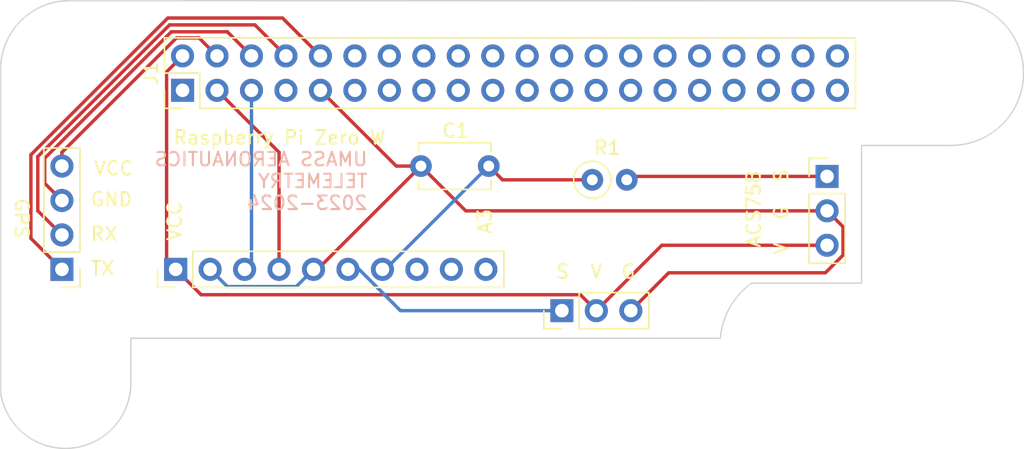
<source format=kicad_pcb>
(kicad_pcb (version 20221018) (generator pcbnew)
  (layers (0 "F.Cu" signal) (31 "B.Cu" signal) (34 "B.Paste" user) (35 "F.Paste" user) (36 "B.SilkS" user "B.Silkscreen") (37 "F.SilkS" user "F.Silkscreen") (38 "B.Mask" user) (39 "F.Mask" user) (44 "Edge.Cuts" user))
  (net 0 "")
  (net 2 "Net-(J1-Pin_2)")
  (net 3 "Net-(J1-Pin_3)")
  (net 4 "Net-(J1-Pin_4)")
  (net 5 "Net-(J1-Pin_5)")
  (net 6 "Net-(J1-Pin_6)")
  (net 8 "Net-(J1-Pin_8)")
  (net 9 "Net-(J1-Pin_9)")
  (net 10 "Net-(J1-Pin_10)")
  (net 41 "Net-(J2-Pin_1)")
  (net 42 "Net-(J3-Pin_1)")
  (net 43 "Net-(J4-Pin_7)")
  (footprint "MountingHole:MountingHole_3.5mm" (layer "F.Cu") (at 166.6 58.928)
    (fp_text reference "H2" hide)
    (fp_text value "MountingHole" hide)
    (pad "" np_thru_hole circle (at 0 0) (size 3.5 3.5) (drill 3.5) (layers "*.Cu" "*.Mask"))
  )
  (footprint "Connector_PinHeader_2.54mm:PinHeader_1x10_P2.54mm_Vertical" (layer "F.Cu") (at 109.474 73.406 90)
    (fp_text reference "J4" hide)
    (fp_text value "ADC" hide)
    (fp_line (start -1.33 -1.33) (end 0 -1.33) (stroke (width 0.12)) (layer "F.SilkS"))
    (fp_line (start -1.33 0) (end -1.33 -1.33) (stroke (width 0.12)) (layer "F.SilkS"))
    (fp_line (start -1.33 1.27) (end -1.33 24.19) (stroke (width 0.12)) (layer "F.SilkS"))
    (fp_line (start -1.33 1.27) (end 1.33 1.27) (stroke (width 0.12)) (layer "F.SilkS"))
    (fp_line (start -1.33 24.19) (end 1.33 24.19) (stroke (width 0.12)) (layer "F.SilkS"))
    (fp_line (start 1.33 1.27) (end 1.33 24.19) (stroke (width 0.12)) (layer "F.SilkS"))
    (pad "1" thru_hole rect (at 0 0 90) (size 1.7 1.7) (drill 1) (layers "*.Cu" "*.Mask") (net 2 "Net-(J1-Pin_2)"))
    (pad "2" thru_hole oval (at 0 2.54 90) (size 1.7 1.7) (drill 1) (layers "*.Cu" "*.Mask") (net 9 "Net-(J1-Pin_9)"))
    (pad "3" thru_hole oval (at 0 5.08 90) (size 1.7 1.7) (drill 1) (layers "*.Cu" "*.Mask") (net 5 "Net-(J1-Pin_5)"))
    (pad "4" thru_hole oval (at 0 7.62 90) (size 1.7 1.7) (drill 1) (layers "*.Cu" "*.Mask") (net 3 "Net-(J1-Pin_3)"))
    (pad "5" thru_hole oval (at 0 10.16 90) (size 1.7 1.7) (drill 1) (layers "*.Cu" "*.Mask") (net 9 "Net-(J1-Pin_9)"))
    (pad "6" thru_hole oval (at 0 12.7 90) (size 1.7 1.7) (drill 1) (layers "*.Cu" "*.Mask") (net 41 "Net-(J2-Pin_1)"))
    (pad "7" thru_hole oval (at 0 15.24 90) (size 1.7 1.7) (drill 1) (layers "*.Cu" "*.Mask") (net 43 "Net-(J4-Pin_7)"))
    (pad "8" thru_hole oval (at 0 17.78 90) (size 1.7 1.7) (drill 1) (layers "*.Cu" "*.Mask"))
    (pad "9" thru_hole oval (at 0 20.32 90) (size 1.7 1.7) (drill 1) (layers "*.Cu" "*.Mask"))
    (pad "10" thru_hole oval (at 0 22.86 90) (size 1.7 1.7) (drill 1) (layers "*.Cu" "*.Mask"))
  )
  (footprint "Connector_PinHeader_2.54mm:PinHeader_1x03_P2.54mm_Vertical" (layer "F.Cu") (at 137.937 76.454 90)
    (fp_text reference "J2" hide)
    (fp_text value "Voltage Sensor" hide)
    (fp_line (start -1.33 -1.33) (end 0 -1.33) (stroke (width 0.12)) (layer "F.SilkS"))
    (fp_line (start -1.33 0) (end -1.33 -1.33) (stroke (width 0.12)) (layer "F.SilkS"))
    (fp_line (start -1.33 1.27) (end -1.33 6.41) (stroke (width 0.12)) (layer "F.SilkS"))
    (fp_line (start -1.33 1.27) (end 1.33 1.27) (stroke (width 0.12)) (layer "F.SilkS"))
    (fp_line (start -1.33 6.41) (end 1.33 6.41) (stroke (width 0.12)) (layer "F.SilkS"))
    (fp_line (start 1.33 1.27) (end 1.33 6.41) (stroke (width 0.12)) (layer "F.SilkS"))
    (pad "1" thru_hole rect (at 0 0 90) (size 1.7 1.7) (drill 1) (layers "*.Cu" "*.Mask") (net 41 "Net-(J2-Pin_1)"))
    (pad "2" thru_hole oval (at 0 2.54 90) (size 1.7 1.7) (drill 1) (layers "*.Cu" "*.Mask") (net 2 "Net-(J1-Pin_2)"))
    (pad "3" thru_hole oval (at 0 5.08 90) (size 1.7 1.7) (drill 1) (layers "*.Cu" "*.Mask") (net 9 "Net-(J1-Pin_9)"))
  )
  (footprint "Capacitor_THT:C_Disc_D5.1mm_W3.2mm_P5.00mm" (layer "F.Cu") (at 127.548 65.786)
    (fp_text reference "C1" hide)
    (fp_text value "C" hide)
    (fp_line (start -0.17 -1.721) (end -0.17 -1.055) (stroke (width 0.12)) (layer "F.SilkS"))
    (fp_line (start -0.17 -1.721) (end 5.17 -1.721) (stroke (width 0.12)) (layer "F.SilkS"))
    (fp_line (start -0.17 1.055) (end -0.17 1.721) (stroke (width 0.12)) (layer "F.SilkS"))
    (fp_line (start -0.17 1.721) (end 5.17 1.721) (stroke (width 0.12)) (layer "F.SilkS"))
    (fp_line (start 5.17 -1.721) (end 5.17 -1.055) (stroke (width 0.12)) (layer "F.SilkS"))
    (fp_line (start 5.17 1.055) (end 5.17 1.721) (stroke (width 0.12)) (layer "F.SilkS"))
    (pad "1" thru_hole circle (at 0 0) (size 1.6 1.6) (drill 0.8) (layers "*.Cu" "*.Mask") (net 9 "Net-(J1-Pin_9)"))
    (pad "2" thru_hole circle (at 5 0) (size 1.6 1.6) (drill 0.8) (layers "*.Cu" "*.Mask") (net 43 "Net-(J4-Pin_7)"))
  )
  (footprint "MountingHole:MountingHole_3.5mm" (layer "F.Cu") (at 101.346 81.928)
    (fp_text reference "H3" hide)
    (fp_text value "MountingHole" hide)
    (pad "" np_thru_hole circle (at 0 0) (size 3.5 3.5) (drill 3.5) (layers "*.Cu" "*.Mask"))
  )
  (footprint "MountingHole:MountingHole_3.5mm" (layer "F.Cu") (at 101.6 58.928)
    (fp_text reference "H1" hide)
    (fp_text value "MountingHole" hide)
    (pad "" np_thru_hole circle (at 0 0) (size 3.5 3.5) (drill 3.5) (layers "*.Cu" "*.Mask"))
  )
  (footprint "Resistor_THT:R_Axial_DIN0207_L6.3mm_D2.5mm_P2.54mm_Vertical" (layer "F.Cu") (at 140.179 66.802)
    (fp_text reference "R1" hide)
    (fp_text value "R" hide)
    (fp_line (start 1.37 0) (end 1.44 0) (stroke (width 0.12)) (layer "F.SilkS"))
    (fp_circle (center 0 0) (end 1.37 0) (stroke (width 0.12)) (fill none) (layer "F.SilkS"))
    (pad "1" thru_hole circle (at 0 0) (size 1.6 1.6) (drill 0.8) (layers "*.Cu" "*.Mask") (net 43 "Net-(J4-Pin_7)"))
    (pad "2" thru_hole oval (at 2.54 0) (size 1.6 1.6) (drill 0.8) (layers "*.Cu" "*.Mask") (net 42 "Net-(J3-Pin_1)"))
  )
  (footprint "Connector_PinHeader_2.54mm:PinHeader_2x20_P2.54mm_Vertical" (layer "F.Cu") (at 109.982 60.198 90)
    (fp_text reference "J1" (at 1.27 -2.33 90) (layer "F.SilkS"))
    (fp_text value "Raspberry Pi Zero W" hide)
    (fp_line (start -1.33 -1.33) (end 0 -1.33) (stroke (width 0.12)) (layer "F.SilkS"))
    (fp_line (start -1.33 0) (end -1.33 -1.33) (stroke (width 0.12)) (layer "F.SilkS"))
    (fp_line (start -1.33 1.27) (end -1.33 49.59) (stroke (width 0.12)) (layer "F.SilkS"))
    (fp_line (start -1.33 1.27) (end 1.27 1.27) (stroke (width 0.12)) (layer "F.SilkS"))
    (fp_line (start -1.33 49.59) (end 3.87 49.59) (stroke (width 0.12)) (layer "F.SilkS"))
    (fp_line (start 1.27 -1.33) (end 3.87 -1.33) (stroke (width 0.12)) (layer "F.SilkS"))
    (fp_line (start 1.27 1.27) (end 1.27 -1.33) (stroke (width 0.12)) (layer "F.SilkS"))
    (fp_line (start 3.87 -1.33) (end 3.87 49.59) (stroke (width 0.12)) (layer "F.SilkS"))
    (pad "1" thru_hole rect (at 0 0 90) (size 1.7 1.7) (drill 1) (layers "*.Cu" "*.Mask"))
    (pad "2" thru_hole oval (at 2.54 0 90) (size 1.7 1.7) (drill 1) (layers "*.Cu" "*.Mask") (net 2 "Net-(J1-Pin_2)"))
    (pad "3" thru_hole oval (at 0 2.54 90) (size 1.7 1.7) (drill 1) (layers "*.Cu" "*.Mask") (net 3 "Net-(J1-Pin_3)"))
    (pad "4" thru_hole oval (at 2.54 2.54 90) (size 1.7 1.7) (drill 1) (layers "*.Cu" "*.Mask") (net 4 "Net-(J1-Pin_4)"))
    (pad "5" thru_hole oval (at 0 5.08 90) (size 1.7 1.7) (drill 1) (layers "*.Cu" "*.Mask") (net 5 "Net-(J1-Pin_5)"))
    (pad "6" thru_hole oval (at 2.54 5.08 90) (size 1.7 1.7) (drill 1) (layers "*.Cu" "*.Mask") (net 6 "Net-(J1-Pin_6)"))
    (pad "7" thru_hole oval (at 0 7.62 90) (size 1.7 1.7) (drill 1) (layers "*.Cu" "*.Mask"))
    (pad "8" thru_hole oval (at 2.54 7.62 90) (size 1.7 1.7) (drill 1) (layers "*.Cu" "*.Mask") (net 8 "Net-(J1-Pin_8)"))
    (pad "9" thru_hole oval (at 0 10.16 90) (size 1.7 1.7) (drill 1) (layers "*.Cu" "*.Mask") (net 9 "Net-(J1-Pin_9)"))
    (pad "10" thru_hole oval (at 2.54 10.16 90) (size 1.7 1.7) (drill 1) (layers "*.Cu" "*.Mask") (net 10 "Net-(J1-Pin_10)"))
    (pad "11" thru_hole oval (at 0 12.7 90) (size 1.7 1.7) (drill 1) (layers "*.Cu" "*.Mask"))
    (pad "12" thru_hole oval (at 2.54 12.7 90) (size 1.7 1.7) (drill 1) (layers "*.Cu" "*.Mask"))
    (pad "13" thru_hole oval (at 0 15.24 90) (size 1.7 1.7) (drill 1) (layers "*.Cu" "*.Mask"))
    (pad "14" thru_hole oval (at 2.54 15.24 90) (size 1.7 1.7) (drill 1) (layers "*.Cu" "*.Mask"))
    (pad "15" thru_hole oval (at 0 17.78 90) (size 1.7 1.7) (drill 1) (layers "*.Cu" "*.Mask"))
    (pad "16" thru_hole oval (at 2.54 17.78 90) (size 1.7 1.7) (drill 1) (layers "*.Cu" "*.Mask"))
    (pad "17" thru_hole oval (at 0 20.32 90) (size 1.7 1.7) (drill 1) (layers "*.Cu" "*.Mask"))
    (pad "18" thru_hole oval (at 2.54 20.32 90) (size 1.7 1.7) (drill 1) (layers "*.Cu" "*.Mask"))
    (pad "19" thru_hole oval (at 0 22.86 90) (size 1.7 1.7) (drill 1) (layers "*.Cu" "*.Mask"))
    (pad "20" thru_hole oval (at 2.54 22.86 90) (size 1.7 1.7) (drill 1) (layers "*.Cu" "*.Mask"))
    (pad "21" thru_hole oval (at 0 25.4 90) (size 1.7 1.7) (drill 1) (layers "*.Cu" "*.Mask"))
    (pad "22" thru_hole oval (at 2.54 25.4 90) (size 1.7 1.7) (drill 1) (layers "*.Cu" "*.Mask"))
    (pad "23" thru_hole oval (at 0 27.94 90) (size 1.7 1.7) (drill 1) (layers "*.Cu" "*.Mask"))
    (pad "24" thru_hole oval (at 2.54 27.94 90) (size 1.7 1.7) (drill 1) (layers "*.Cu" "*.Mask"))
    (pad "25" thru_hole oval (at 0 30.48 90) (size 1.7 1.7) (drill 1) (layers "*.Cu" "*.Mask"))
    (pad "26" thru_hole oval (at 2.54 30.48 90) (size 1.7 1.7) (drill 1) (layers "*.Cu" "*.Mask"))
    (pad "27" thru_hole oval (at 0 33.02 90) (size 1.7 1.7) (drill 1) (layers "*.Cu" "*.Mask"))
    (pad "28" thru_hole oval (at 2.54 33.02 90) (size 1.7 1.7) (drill 1) (layers "*.Cu" "*.Mask"))
    (pad "29" thru_hole oval (at 0 35.56 90) (size 1.7 1.7) (drill 1) (layers "*.Cu" "*.Mask"))
    (pad "30" thru_hole oval (at 2.54 35.56 90) (size 1.7 1.7) (drill 1) (layers "*.Cu" "*.Mask"))
    (pad "31" thru_hole oval (at 0 38.1 90) (size 1.7 1.7) (drill 1) (layers "*.Cu" "*.Mask"))
    (pad "32" thru_hole oval (at 2.54 38.1 90) (size 1.7 1.7) (drill 1) (layers "*.Cu" "*.Mask"))
    (pad "33" thru_hole oval (at 0 40.64 90) (size 1.7 1.7) (drill 1) (layers "*.Cu" "*.Mask"))
    (pad "34" thru_hole oval (at 2.54 40.64 90) (size 1.7 1.7) (drill 1) (layers "*.Cu" "*.Mask"))
    (pad "35" thru_hole oval (at 0 43.18 90) (size 1.7 1.7) (drill 1) (layers "*.Cu" "*.Mask"))
    (pad "36" thru_hole oval (at 2.54 43.18 90) (size 1.7 1.7) (drill 1) (layers "*.Cu" "*.Mask"))
    (pad "37" thru_hole oval (at 0 45.72 90) (size 1.7 1.7) (drill 1) (layers "*.Cu" "*.Mask"))
    (pad "38" thru_hole oval (at 2.54 45.72 90) (size 1.7 1.7) (drill 1) (layers "*.Cu" "*.Mask"))
    (pad "39" thru_hole oval (at 0 48.26 90) (size 1.7 1.7) (drill 1) (layers "*.Cu" "*.Mask"))
    (pad "40" thru_hole oval (at 2.54 48.26 90) (size 1.7 1.7) (drill 1) (layers "*.Cu" "*.Mask"))
  )
  (footprint "Connector_PinHeader_2.54mm:PinHeader_1x03_P2.54mm_Vertical" (layer "F.Cu") (at 157.48 66.548)
    (fp_text reference "J3" hide)
    (fp_text value "Current Sensor" hide)
    (fp_line (start -1.33 -1.33) (end 0 -1.33) (stroke (width 0.12)) (layer "F.SilkS"))
    (fp_line (start -1.33 0) (end -1.33 -1.33) (stroke (width 0.12)) (layer "F.SilkS"))
    (fp_line (start -1.33 1.27) (end -1.33 6.41) (stroke (width 0.12)) (layer "F.SilkS"))
    (fp_line (start -1.33 1.27) (end 1.33 1.27) (stroke (width 0.12)) (layer "F.SilkS"))
    (fp_line (start -1.33 6.41) (end 1.33 6.41) (stroke (width 0.12)) (layer "F.SilkS"))
    (fp_line (start 1.33 1.27) (end 1.33 6.41) (stroke (width 0.12)) (layer "F.SilkS"))
    (pad "1" thru_hole rect (at 0 0) (size 1.7 1.7) (drill 1) (layers "*.Cu" "*.Mask") (net 42 "Net-(J3-Pin_1)"))
    (pad "2" thru_hole oval (at 0 2.54) (size 1.7 1.7) (drill 1) (layers "*.Cu" "*.Mask") (net 9 "Net-(J1-Pin_9)"))
    (pad "3" thru_hole oval (at 0 5.08) (size 1.7 1.7) (drill 1) (layers "*.Cu" "*.Mask") (net 2 "Net-(J1-Pin_2)"))
  )
  (footprint "Connector_PinHeader_2.54mm:PinHeader_1x04_P2.54mm_Vertical" (layer "F.Cu") (at 101.092 73.406 180)
    (fp_text reference "J5" hide)
    (fp_text value "GPS" hide)
    (fp_line (start -1.33 -1.33) (end 0 -1.33) (stroke (width 0.12)) (layer "F.SilkS"))
    (fp_line (start -1.33 0) (end -1.33 -1.33) (stroke (width 0.12)) (layer "F.SilkS"))
    (fp_line (start -1.33 1.27) (end -1.33 8.95) (stroke (width 0.12)) (layer "F.SilkS"))
    (fp_line (start -1.33 1.27) (end 1.33 1.27) (stroke (width 0.12)) (layer "F.SilkS"))
    (fp_line (start -1.33 8.95) (end 1.33 8.95) (stroke (width 0.12)) (layer "F.SilkS"))
    (fp_line (start 1.33 1.27) (end 1.33 8.95) (stroke (width 0.12)) (layer "F.SilkS"))
    (pad "1" thru_hole rect (at 0 0 180) (size 1.7 1.7) (drill 1) (layers "*.Cu" "*.Mask") (net 10 "Net-(J1-Pin_10)"))
    (pad "2" thru_hole oval (at 0 2.54 180) (size 1.7 1.7) (drill 1) (layers "*.Cu" "*.Mask") (net 8 "Net-(J1-Pin_8)"))
    (pad "3" thru_hole oval (at 0 5.08 180) (size 1.7 1.7) (drill 1) (layers "*.Cu" "*.Mask") (net 6 "Net-(J1-Pin_6)"))
    (pad "4" thru_hole oval (at 0 7.62 180) (size 1.7 1.7) (drill 1) (layers "*.Cu" "*.Mask") (net 4 "Net-(J1-Pin_4)"))
  )
  (gr_line (start 160.02 64.262) (end 160.02 74.422) (stroke (width 0.1)) (layer "Edge.Cuts"))
  (gr_arc (start 96.579056 58.410675) (mid 98.151455 54.983658) (end 101.652718 53.584358) (stroke (width 0.1)) (layer "Edge.Cuts"))
  (gr_arc (start 106.172 81.788) (mid 101.723494 86.599213) (end 96.579056 82.540675) (stroke (width 0.1)) (layer "Edge.Cuts"))
  (gr_line (start 166.624 64.262) (end 160.02 64.262) (stroke (width 0.1)) (layer "Edge.Cuts"))
  (gr_line (start 106.172 81.788) (end 106.172 78.486) (stroke (width 0.1)) (layer "Edge.Cuts"))
  (gr_line (start 96.579056 58.410675) (end 96.579056 82.540675) (stroke (width 0.1)) (layer "Edge.Cuts"))
  (gr_arc (start 166.624 53.594) (mid 171.958 58.928) (end 166.624 64.262) (stroke (width 0.1)) (layer "Edge.Cuts"))
  (gr_line (start 101.652718 53.584358) (end 166.624 53.594) (stroke (width 0.1)) (layer "Edge.Cuts"))
  (gr_arc (start 149.606 78.486) (mid 150.322666 76.204198) (end 151.920554 74.424596) (stroke (width 0.1)) (layer "Edge.Cuts"))
  (gr_line (start 160.02 74.422) (end 151.920554 74.424596) (stroke (width 0.1)) (layer "Edge.Cuts"))
  (gr_line (start 106.172 78.486) (end 149.606 78.486) (stroke (width 0.1)) (layer "Edge.Cuts"))
  (gr_text "UMASS AERONAUTICS\nTELEMETRY\n2023-2024" (at 123.698 69.088) (layer "B.SilkS") (effects (font (size 1 1)) (justify left bottom mirror)))
  (gr_text "TX" (at 103.124 73.914) (layer "F.SilkS") (effects (font (size 1 1)) (justify left bottom)))
  (gr_text "Raspberry Pi Zero W" (at 109.22 64.262) (layer "F.SilkS") (effects (font (size 1 1)) (justify left bottom)))
  (gr_text "VCC" (at 109.982 71.374 90) (layer "F.SilkS") (effects (font (size 1 1)) (justify left bottom)))
  (gr_text "S" (at 137.414 74.168) (layer "F.SilkS") (effects (font (size 1 1)) (justify left bottom)))
  (gr_text "V\n" (at 154.686 72.39 90) (layer "F.SilkS") (effects (font (size 1 1)) (justify left bottom)))
  (gr_text "G\n" (at 154.686 69.85 90) (layer "F.SilkS") (effects (font (size 1 1)) (justify left bottom)))
  (gr_text "G\n" (at 142.24 74.168) (layer "F.SilkS") (effects (font (size 1 1)) (justify left bottom)))
  (gr_text "R1" (at 140.208 65.024) (layer "F.SilkS") (effects (font (size 1 1)) (justify left bottom)))
  (gr_text "C1" (at 129.032 63.754) (layer "F.SilkS") (effects (font (size 1 1)) (justify left bottom)))
  (gr_text "A3" (at 132.842 70.866 90) (layer "F.SilkS") (effects (font (size 1 1)) (justify left bottom)))
  (gr_text "S" (at 154.686 67.056 90) (layer "F.SilkS") (effects (font (size 1 1)) (justify left bottom)))
  (gr_text "RX" (at 103.124 71.374) (layer "F.SilkS") (effects (font (size 1 1)) (justify left bottom)))
  (gr_text "GPS" (at 97.536 68.072 -90) (layer "F.SilkS") (effects (font (size 1 1)) (justify left bottom)))
  (gr_text "VCC" (at 103.378 66.548) (layer "F.SilkS") (effects (font (size 1 1)) (justify left bottom)))
  (gr_text "V\n" (at 139.954 74.168) (layer "F.SilkS") (effects (font (size 1 1)) (justify left bottom)))
  (gr_text "ACS758" (at 152.654 71.882 90) (layer "F.SilkS") (effects (font (size 1 1)) (justify left bottom)))
  (gr_text "GND" (at 103.124 68.834) (layer "F.SilkS") (effects (font (size 1 1)) (justify left bottom)))
  (segment (start 111.347 75.279) (end 139.302 75.279) (width 0.25) (layer "F.Cu") (net 2))
  (segment (start 139.302 75.279) (end 140.477 76.454) (width 0.25) (layer "F.Cu") (net 2))
  (segment (start 108.807 58.833) (end 108.807 72.739) (width 0.25) (layer "F.Cu") (net 2))
  (segment (start 140.477 76.454) (end 145.303 71.628) (width 0.25) (layer "F.Cu") (net 2))
  (segment (start 109.982 57.658) (end 108.807 58.833) (width 0.25) (layer "F.Cu") (net 2))
  (segment (start 109.474 73.406) (end 111.347 75.279) (width 0.25) (layer "F.Cu") (net 2))
  (segment (start 108.807 72.739) (end 109.474 73.406) (width 0.25) (layer "F.Cu") (net 2))
  (segment (start 145.303 71.628) (end 157.48 71.628) (width 0.25) (layer "F.Cu") (net 2))
  (segment (start 117.094 64.77) (end 117.094 73.406) (width 0.25) (layer "F.Cu") (net 3))
  (segment (start 112.522 60.198) (end 117.094 64.77) (width 0.25) (layer "F.Cu") (net 3))
  (segment (start 112.522 57.658) (end 111.194 56.33) (width 0.25) (layer "F.Cu") (net 4))
  (segment (start 111.194 56.33) (end 109.532 56.33) (width 0.25) (layer "F.Cu") (net 4))
  (segment (start 109.532 56.33) (end 101.092 64.77) (width 0.25) (layer "F.Cu") (net 4))
  (segment (start 101.092 64.77) (end 101.092 65.786) (width 0.25) (layer "F.Cu") (net 4))
  (segment (start 115.062 72.898) (end 114.554 73.406) (width 0.25) (layer "B.Cu") (net 5))
  (segment (start 115.062 60.198) (end 115.062 72.898) (width 0.25) (layer "B.Cu") (net 5))
  (segment (start 113.284 55.88) (end 109.153369 55.88) (width 0.25) (layer "F.Cu") (net 6))
  (segment (start 115.062 57.658) (end 113.284 55.88) (width 0.25) (layer "F.Cu") (net 6))
  (segment (start 99.822 67.056) (end 101.092 68.326) (width 0.25) (layer "F.Cu") (net 6))
  (segment (start 99.822 65.211369) (end 99.822 67.056) (width 0.25) (layer "F.Cu") (net 6))
  (segment (start 109.153369 55.88) (end 99.822 65.211369) (width 0.25) (layer "F.Cu") (net 6))
  (segment (start 115.316 55.372) (end 109.024973 55.372) (width 0.25) (layer "F.Cu") (net 8))
  (segment (start 117.602 57.658) (end 115.316 55.372) (width 0.25) (layer "F.Cu") (net 8))
  (segment (start 99.314 69.088) (end 101.092 70.866) (width 0.25) (layer "F.Cu") (net 8))
  (segment (start 99.314 65.082973) (end 99.314 69.088) (width 0.25) (layer "F.Cu") (net 8))
  (segment (start 109.024973 55.372) (end 99.314 65.082973) (width 0.25) (layer "F.Cu") (net 8))
  (segment (start 127.548 65.786) (end 130.85 69.088) (width 0.25) (layer "F.Cu") (net 9))
  (segment (start 158.655 72.36) (end 157.355 73.66) (width 0.25) (layer "F.Cu") (net 9))
  (segment (start 125.73 65.786) (end 127.548 65.786) (width 0.25) (layer "F.Cu") (net 9))
  (segment (start 157.48 69.088) (end 158.655 70.263) (width 0.25) (layer "F.Cu") (net 9))
  (segment (start 127.548 65.786) (end 119.928 73.406) (width 0.25) (layer "F.Cu") (net 9))
  (segment (start 157.355 73.66) (end 145.811 73.66) (width 0.25) (layer "F.Cu") (net 9))
  (segment (start 130.85 69.088) (end 157.48 69.088) (width 0.25) (layer "F.Cu") (net 9))
  (segment (start 145.811 73.66) (end 143.017 76.454) (width 0.25) (layer "F.Cu") (net 9))
  (segment (start 119.928 73.406) (end 119.634 73.406) (width 0.25) (layer "F.Cu") (net 9))
  (segment (start 120.142 60.198) (end 125.73 65.786) (width 0.25) (layer "F.Cu") (net 9))
  (segment (start 158.655 70.263) (end 158.655 72.36) (width 0.25) (layer "F.Cu") (net 9))
  (segment (start 118.364 74.676) (end 119.634 73.406) (width 0.25) (layer "B.Cu") (net 9))
  (segment (start 113.284 74.676) (end 118.364 74.676) (width 0.25) (layer "B.Cu") (net 9))
  (segment (start 112.014 73.406) (end 113.284 74.676) (width 0.25) (layer "B.Cu") (net 9))
  (segment (start 98.806 71.12) (end 101.092 73.406) (width 0.25) (layer "F.Cu") (net 10))
  (segment (start 117.348 54.864) (end 108.896577 54.864) (width 0.25) (layer "F.Cu") (net 10))
  (segment (start 108.896577 54.864) (end 98.806 64.954577) (width 0.25) (layer "F.Cu") (net 10))
  (segment (start 98.806 64.954577) (end 98.806 71.12) (width 0.25) (layer "F.Cu") (net 10))
  (segment (start 120.142 57.658) (end 117.348 54.864) (width 0.25) (layer "F.Cu") (net 10))
  (segment (start 122.994973 73.406) (end 122.174 73.406) (width 0.25) (layer "B.Cu") (net 41))
  (segment (start 126.042973 76.454) (end 122.994973 73.406) (width 0.25) (layer "B.Cu") (net 41))
  (segment (start 137.937 76.454) (end 126.042973 76.454) (width 0.25) (layer "B.Cu") (net 41))
  (segment (start 157.48 66.548) (end 142.973 66.548) (width 0.25) (layer "F.Cu") (net 42))
  (segment (start 142.973 66.548) (end 142.719 66.802) (width 0.25) (layer "F.Cu") (net 42))
  (segment (start 142.973 66.548) (end 142.719 66.802) (width 0.25) (layer "B.Cu") (net 42))
  (segment (start 133.564 66.802) (end 132.548 65.786) (width 0.25) (layer "F.Cu") (net 43))
  (segment (start 140.179 66.802) (end 133.564 66.802) (width 0.25) (layer "F.Cu") (net 43))
  (segment (start 124.928 73.406) (end 124.714 73.406) (width 0.25) (layer "B.Cu") (net 43))
  (segment (start 132.548 65.786) (end 124.928 73.406) (width 0.25) (layer "B.Cu") (net 43))
)
</source>
